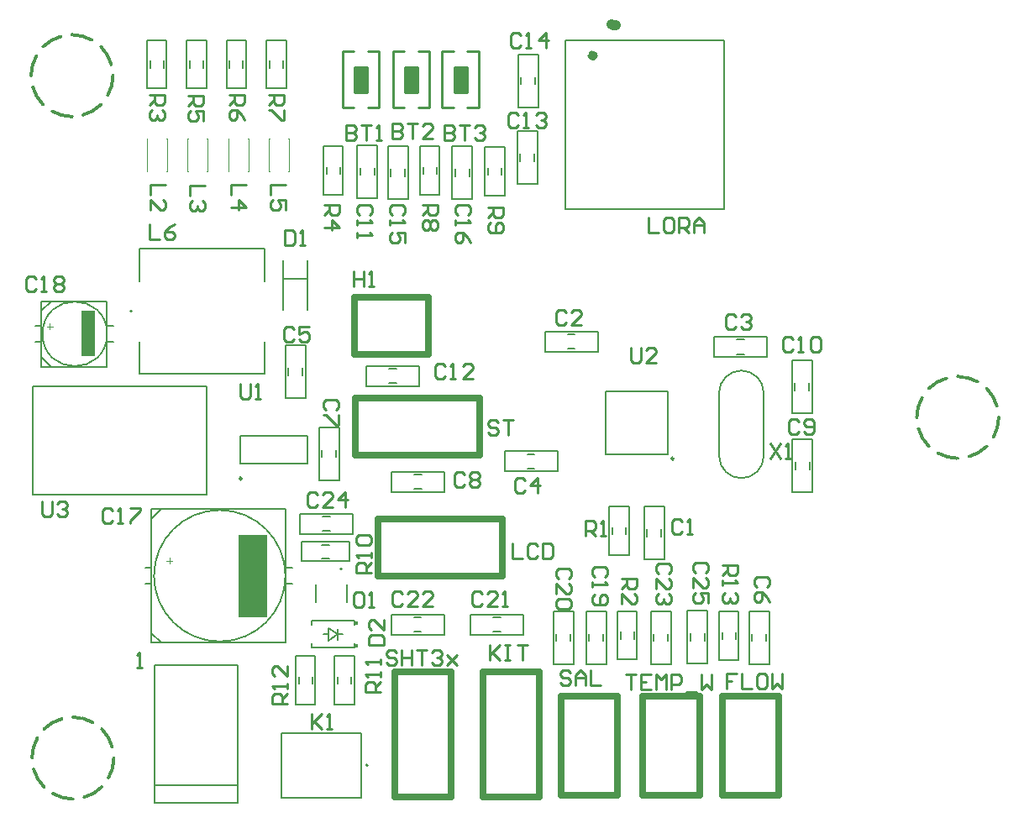
<source format=gto>
G04*
G04 #@! TF.GenerationSoftware,Altium Limited,Altium Designer,21.3.2 (30)*
G04*
G04 Layer_Color=65535*
%FSTAX24Y24*%
%MOIN*%
G70*
G04*
G04 #@! TF.SameCoordinates,09EB0EA2-9561-46F4-B1F3-F0EC52C3B4A3*
G04*
G04*
G04 #@! TF.FilePolarity,Positive*
G04*
G01*
G75*
%ADD10C,0.0118*%
%ADD11C,0.0050*%
%ADD12C,0.0079*%
%ADD13C,0.0098*%
%ADD14C,0.0060*%
%ADD15C,0.0320*%
%ADD16C,0.0250*%
%ADD17C,0.0394*%
%ADD18C,0.0070*%
%ADD19C,0.0040*%
%ADD20C,0.0100*%
%ADD21R,0.1181X0.3307*%
%ADD22R,0.0118X0.0157*%
%ADD23R,0.0522X0.1821*%
%ADD24R,0.0500X0.1000*%
D10*
X020627Y042664D02*
G03*
X01984Y042875I-000787J-001364D01*
G01*
X019397Y042807D02*
G03*
X018691Y042399I000408J-001521D01*
G01*
X018426Y042037D02*
G03*
X018215Y04125I001364J-000787D01*
G01*
X018283Y040807D02*
G03*
X018691Y040101I001521J000408D01*
G01*
X019053Y039836D02*
G03*
X01984Y039625I000787J001364D01*
G01*
X020283Y039694D02*
G03*
X020989Y040101I-000408J001521D01*
G01*
X021254Y040463D02*
G03*
X021465Y04125I-001364J000787D01*
G01*
X021397Y041693D02*
G03*
X020989Y042399I-001521J-000408D01*
G01*
X021432Y014608D02*
G03*
X021024Y015314I-001521J-000408D01*
G01*
X021289Y013378D02*
G03*
X0215Y014165I-001364J000787D01*
G01*
X020318Y012609D02*
G03*
X021024Y013016I-000408J001521D01*
G01*
X019088Y012752D02*
G03*
X019875Y012541I000787J001364D01*
G01*
X018319Y013722D02*
G03*
X018726Y013016I001521J000408D01*
G01*
X018462Y014953D02*
G03*
X018251Y014165I001364J-000787D01*
G01*
X019432Y015722D02*
G03*
X018726Y015314I000408J-001521D01*
G01*
X020663Y015579D02*
G03*
X019875Y01579I-000787J-001364D01*
G01*
X055773Y029099D02*
G03*
X054985Y02931I-000787J-001364D01*
G01*
X054542Y029242D02*
G03*
X053836Y028834I000408J-001521D01*
G01*
X053572Y028473D02*
G03*
X053361Y027685I001364J-000787D01*
G01*
X053429Y027242D02*
G03*
X053836Y026536I001521J000408D01*
G01*
X054198Y026272D02*
G03*
X054985Y026061I000787J001364D01*
G01*
X055428Y026129D02*
G03*
X056134Y026536I-000408J001521D01*
G01*
X056399Y026898D02*
G03*
X05661Y027685I-001364J000787D01*
G01*
X056542Y028128D02*
G03*
X056134Y028834I-001521J-000408D01*
G01*
D11*
X028308Y0214D02*
G03*
X028308Y0214I-002608J0D01*
G01*
X02123Y031D02*
G03*
X02123Y031I-00128J0D01*
G01*
X045514Y026161D02*
G03*
X0464Y025275I000886J0D01*
G01*
D02*
G03*
X047286Y026161I0J000886D01*
G01*
Y028661D02*
G03*
X0464Y029546I-000886J0D01*
G01*
D02*
G03*
X045514Y028661I0J-000886D01*
G01*
X022993Y023428D02*
X022993Y023428D01*
Y023664D02*
X023387Y024057D01*
X022993Y0214D02*
Y024057D01*
X022993Y024057D02*
X022993Y024057D01*
X022993Y024057D02*
X028308D01*
Y0214D02*
Y024057D01*
X022993Y019372D02*
X022993Y019372D01*
Y019136D02*
X023387Y018743D01*
X022737Y021095D02*
X022993D01*
X028308Y021705D02*
X028574D01*
X028308Y021095D02*
X028574D01*
X022737Y021705D02*
X022993D01*
Y018743D02*
Y0214D01*
X022993Y018743D02*
X022993Y018743D01*
X022993Y018743D02*
X028308D01*
Y0214D01*
X030744Y020344D02*
Y021037D01*
X029508Y020344D02*
Y021037D01*
X031331Y0126D02*
Y01516D01*
X028149D02*
X031331D01*
X028149Y0126D02*
Y01516D01*
Y0126D02*
X031331D01*
X02123Y031D02*
Y032299D01*
X018631D02*
X02123D01*
X018631Y031D02*
Y032299D01*
Y031906D02*
X019025Y032299D01*
X02123Y029701D02*
Y031D01*
X018631Y029701D02*
X02123D01*
X018631D02*
X018631Y029701D01*
Y031D01*
X018375Y031305D02*
X018631D01*
Y030094D02*
X019025Y029701D01*
X018631Y029957D02*
Y031D01*
X018375Y030695D02*
X018631D01*
X02123Y031305D02*
X021495D01*
X02123Y030695D02*
X021495D01*
X028228Y033174D02*
X029172D01*
X047286Y026161D02*
Y028661D01*
X045514Y026161D02*
Y028661D01*
D12*
X030559Y021674D02*
G03*
X030559Y021674I-000039J0D01*
G01*
X031579Y01388D02*
G03*
X031579Y01388I-000039J0D01*
G01*
X04691Y0179D02*
X0475D01*
Y02D01*
X0467D02*
X0475D01*
X04682Y01881D02*
Y01909D01*
X04739Y01881D02*
Y01909D01*
X0467Y0179D02*
Y02D01*
Y0179D02*
X04691D01*
X04582Y01805D02*
X04629D01*
Y01997D01*
X04551D02*
X04629D01*
X04564Y01887D02*
Y01915D01*
X04617Y01887D02*
Y01915D01*
X04551Y01805D02*
Y01997D01*
Y01805D02*
X04582D01*
X04485Y02002D02*
X04506D01*
Y01792D02*
Y02002D01*
X04437Y01883D02*
Y01911D01*
X04494Y01883D02*
Y01911D01*
X04426Y01792D02*
X04506D01*
X04426D02*
Y02002D01*
X04485D01*
X02894Y02197D02*
Y02244D01*
Y02197D02*
X03086D01*
Y02275D01*
X02976Y02262D02*
X03004D01*
X02976Y02209D02*
X03004D01*
X02894Y02275D02*
X03086D01*
X02894Y02244D02*
Y02275D01*
X04179Y01807D02*
X04226D01*
Y01999D01*
X04148D02*
X04226D01*
X04161Y01889D02*
Y01917D01*
X04214Y01889D02*
Y01917D01*
X04148Y01807D02*
Y01999D01*
Y01807D02*
X04179D01*
X041011Y026228D02*
X043492D01*
X041011D02*
Y028709D01*
X043492D01*
Y026228D02*
Y028709D01*
X029354Y018547D02*
Y018706D01*
Y019454D02*
Y019613D01*
X031046D01*
Y019454D02*
Y019613D01*
Y018547D02*
Y018706D01*
X029354Y018547D02*
X031046D01*
X030023Y018824D02*
Y019336D01*
X029826Y01908D02*
X030023D01*
X030377Y018863D02*
Y019297D01*
Y01908D02*
X030574D01*
X030023Y018824D02*
X030377Y01908D01*
X030023Y019336D02*
X030377Y01908D01*
X03251Y02532D02*
Y02553D01*
X03461D01*
X03342Y02484D02*
X0337D01*
X03342Y02541D02*
X0337D01*
X03461Y02473D02*
Y02553D01*
X03251Y02473D02*
X03461D01*
X03251D02*
Y02532D01*
X02889Y03055D02*
X0291D01*
Y02845D02*
Y03055D01*
X02841Y02936D02*
Y02964D01*
X02898Y02936D02*
Y02964D01*
X0283Y02845D02*
X0291D01*
X0283D02*
Y03055D01*
X02889D01*
X03024Y0273D02*
X03045D01*
Y0252D02*
Y0273D01*
X02976Y02611D02*
Y02639D01*
X03033Y02611D02*
Y02639D01*
X02965Y0252D02*
X03045D01*
X02965D02*
Y0273D01*
X03024D01*
X018288Y024604D02*
Y028935D01*
X025177D01*
Y024604D02*
Y028935D01*
X018288Y024604D02*
X025177D01*
X029169Y025849D02*
Y026951D01*
X026531Y025849D02*
Y026951D01*
X029169D01*
X026531Y025849D02*
X029169D01*
X028208Y031963D02*
Y033912D01*
X029192Y031963D02*
Y033912D01*
X03895Y02D02*
X03954D01*
X03895Y0179D02*
Y02D01*
Y0179D02*
X03975D01*
X03963Y01881D02*
Y01909D01*
X03906Y01881D02*
Y01909D01*
X03975Y0179D02*
Y02D01*
X03954D02*
X03975D01*
X040832D02*
X041042D01*
Y0179D02*
Y02D01*
X040352Y01881D02*
Y01909D01*
X040922Y01881D02*
Y01909D01*
X040242Y0179D02*
X041042D01*
X040242D02*
Y02D01*
X040832D01*
X02888Y02365D02*
Y02386D01*
X03098D01*
X02979Y02317D02*
X03007D01*
X02979Y02374D02*
X03007D01*
X03098Y02306D02*
Y02386D01*
X02888Y02306D02*
X03098D01*
X02888D02*
Y02365D01*
X0428Y02D02*
X04339D01*
X0428Y0179D02*
Y02D01*
Y0179D02*
X0436D01*
X04348Y01881D02*
Y01909D01*
X04291Y01881D02*
Y01909D01*
X0436Y0179D02*
Y02D01*
X04339D02*
X0436D01*
X03775Y01905D02*
Y01926D01*
X03565Y01905D02*
X03775D01*
X03656Y01974D02*
X03684D01*
X03656Y01917D02*
X03684D01*
X03565Y01905D02*
Y01985D01*
X03775D01*
Y01926D02*
Y01985D01*
X0346Y01905D02*
Y01926D01*
X0325Y01905D02*
X0346D01*
X03341Y01974D02*
X03369D01*
X03341Y01917D02*
X03369D01*
X0325Y01905D02*
Y01985D01*
X0346D01*
Y01926D02*
Y01985D01*
X03237Y03635D02*
X03258D01*
X03237D02*
Y03845D01*
X03306Y03726D02*
Y03754D01*
X03249Y03726D02*
Y03754D01*
X03237Y03845D02*
X03317D01*
Y03635D02*
Y03845D01*
X03258Y03635D02*
X03317D01*
X03115Y0364D02*
X03136D01*
X03115D02*
Y0385D01*
X03184Y03731D02*
Y03759D01*
X03127Y03731D02*
Y03759D01*
X03115Y0385D02*
X03195D01*
Y0364D02*
Y0385D01*
X03136Y0364D02*
X03195D01*
X03057Y016299D02*
X03104D01*
Y018219D01*
X03026D02*
X03104D01*
X03039Y017119D02*
Y017399D01*
X03092Y017119D02*
Y017399D01*
X03026Y016299D02*
Y018219D01*
Y016299D02*
X03057D01*
X04255Y02415D02*
X04314D01*
X04255Y02205D02*
Y02415D01*
Y02205D02*
X04335D01*
X04323Y02296D02*
Y02324D01*
X04266Y02296D02*
Y02324D01*
X04335Y02205D02*
Y02415D01*
X04314D02*
X04335D01*
X03362Y02893D02*
Y02914D01*
X03152Y02893D02*
X03362D01*
X03243Y02962D02*
X03271D01*
X03243Y02905D02*
X03271D01*
X03152Y02893D02*
Y02973D01*
X03362D01*
Y02914D02*
Y02973D01*
X02902Y01629D02*
X02949D01*
Y01821D01*
X02871D02*
X02949D01*
X02884Y01711D02*
Y01739D01*
X02937Y01711D02*
Y01739D01*
X02871Y01629D02*
Y01821D01*
Y01629D02*
X02902D01*
X037Y02614D02*
Y02635D01*
X0391D01*
X03791Y02566D02*
X03819D01*
X03791Y02623D02*
X03819D01*
X0391Y02555D02*
Y02635D01*
X037Y02555D02*
X0391D01*
X037D02*
Y02614D01*
X02312Y04074D02*
X02359D01*
Y04266D01*
X02281D02*
X02359D01*
X02294Y04156D02*
Y04184D01*
X02347Y04156D02*
Y04184D01*
X02281Y04074D02*
Y04266D01*
Y04074D02*
X02312D01*
X03622Y03649D02*
X03653D01*
X03622D02*
Y03841D01*
X03688Y03731D02*
Y03759D01*
X03635Y03731D02*
Y03759D01*
X03622Y03841D02*
X037D01*
Y03649D02*
Y03841D01*
X03653Y03649D02*
X037D01*
X03365Y03653D02*
X03396D01*
X03365D02*
Y03845D01*
X03431Y03735D02*
Y03763D01*
X03378Y03735D02*
Y03763D01*
X03365Y03845D02*
X03443D01*
Y03653D02*
Y03845D01*
X03396Y03653D02*
X03443D01*
X03514Y03635D02*
X03573D01*
Y03845D01*
X03493D02*
X03573D01*
X03505Y03726D02*
Y03754D01*
X03562Y03726D02*
Y03754D01*
X03493Y03635D02*
Y03845D01*
Y03635D02*
X03514D01*
X02756Y04266D02*
X02803D01*
X02756Y04074D02*
Y04266D01*
Y04074D02*
X02834D01*
X02821Y04156D02*
Y04184D01*
X02768Y04156D02*
Y04184D01*
X02834Y04074D02*
Y04266D01*
X02803D02*
X02834D01*
X025977D02*
X026447D01*
X025977Y04074D02*
Y04266D01*
Y04074D02*
X026757D01*
X026627Y04156D02*
Y04184D01*
X026097Y04156D02*
Y04184D01*
X026757Y04074D02*
Y04266D01*
X026447D02*
X026757D01*
X024393D02*
X024863D01*
X024393Y04074D02*
Y04266D01*
Y04074D02*
X025173D01*
X025043Y04156D02*
Y04184D01*
X024513Y04156D02*
Y04184D01*
X025173Y04074D02*
Y04266D01*
X024863D02*
X025173D01*
X02981Y03653D02*
X03012D01*
X02981D02*
Y03845D01*
X03047Y03735D02*
Y03763D01*
X02994Y03735D02*
Y03763D01*
X02981Y03845D02*
X03059D01*
Y03653D02*
Y03845D01*
X03012Y03653D02*
X03059D01*
X04116Y02223D02*
X04147D01*
X04116D02*
Y02415D01*
X04182Y02305D02*
Y02333D01*
X04129Y02305D02*
Y02333D01*
X04116Y02415D02*
X04194D01*
Y02223D02*
Y02415D01*
X04147Y02223D02*
X04194D01*
X045718Y035947D02*
Y04264D01*
X039419Y035947D02*
Y04264D01*
X045718D01*
X039419Y035947D02*
X045718D01*
X03814Y0421D02*
X03835D01*
Y04D02*
Y0421D01*
X03766Y04091D02*
Y04119D01*
X03823Y04091D02*
Y04119D01*
X03755Y04D02*
X03835D01*
X03755D02*
Y0421D01*
X03814D01*
X03771Y03695D02*
X0383D01*
Y03905D01*
X0375D02*
X0383D01*
X03762Y03786D02*
Y03814D01*
X03819Y03786D02*
Y03814D01*
X0375Y03695D02*
Y03905D01*
Y03695D02*
X03771D01*
X0484Y02995D02*
X04899D01*
X0484Y02785D02*
Y02995D01*
Y02785D02*
X0492D01*
X04908Y02876D02*
Y02904D01*
X04851Y02876D02*
Y02904D01*
X0492Y02785D02*
Y02995D01*
X04899D02*
X0492D01*
X04902Y02682D02*
X04923D01*
Y02472D02*
Y02682D01*
X04854Y02563D02*
Y02591D01*
X04911Y02563D02*
Y02591D01*
X04843Y02472D02*
X04923D01*
X04843D02*
Y02682D01*
X04902D01*
X04742Y03029D02*
Y03088D01*
X04532D02*
X04742D01*
X04532Y03008D02*
Y03088D01*
X04623Y0302D02*
X04651D01*
X04623Y03077D02*
X04651D01*
X04532Y03008D02*
X04742D01*
Y03029D01*
X0407Y03051D02*
Y0311D01*
X0386D02*
X0407D01*
X0386Y0303D02*
Y0311D01*
X03951Y03042D02*
X03979D01*
X03951Y03099D02*
X03979D01*
X0386Y0303D02*
X0407D01*
Y03051D01*
D13*
X043718Y026051D02*
G03*
X043718Y026051I-000049J0D01*
G01*
X02658Y025258D02*
G03*
X02658Y025258I-000049J0D01*
G01*
D14*
X02215Y0319D02*
G03*
X02221Y0319I00003J0D01*
G01*
D02*
G03*
X02215Y0319I-00003J0D01*
G01*
X02253Y02943D02*
X02747D01*
Y0307D01*
X02253Y03437D02*
X02747D01*
X02253Y0331D02*
Y03437D01*
Y02943D02*
Y0307D01*
X02747Y0331D02*
Y03437D01*
D15*
X040538Y04205D02*
G03*
X040538Y04205I-000039J0D01*
G01*
D16*
X036926Y021388D02*
Y02364D01*
X031974Y021388D02*
X036926D01*
X031974D02*
Y02364D01*
X036926D01*
X031034Y03019D02*
X033986D01*
Y032442D01*
X031034D02*
X033986D01*
X031034Y03019D02*
Y032442D01*
X03489Y012624D02*
Y017576D01*
X032638D02*
X03489D01*
X032638Y012624D02*
Y017576D01*
Y012624D02*
X03489D01*
X036026Y026188D02*
Y02844D01*
X031074Y026188D02*
X036026D01*
X031074D02*
Y02844D01*
X036026D01*
X042488Y012674D02*
X04474D01*
X042488D02*
Y016626D01*
X04474D01*
Y012674D02*
Y016626D01*
X03839Y012624D02*
Y017576D01*
X036138D02*
X03839D01*
X036138Y012624D02*
Y017576D01*
Y012624D02*
X03839D01*
X04789Y012674D02*
Y016626D01*
X045638D02*
X04789D01*
X045638Y012674D02*
Y016626D01*
Y012674D02*
X04789D01*
X04149D02*
Y016626D01*
X039238D02*
X04149D01*
X039238Y012674D02*
Y016626D01*
Y012674D02*
X04149D01*
D17*
X04125Y0433D02*
X0413Y04325D01*
X0414D01*
D18*
X0231Y0131D02*
X0264D01*
Y0124D02*
Y01785D01*
X0231Y0124D02*
Y01785D01*
X0264D01*
X0231Y0124D02*
X0264D01*
D19*
X025197Y03876D02*
X025217D01*
X025187Y03746D02*
X025217D01*
X024417D02*
X024437D01*
X024417Y03876D02*
X024437D01*
X025217Y03746D02*
Y03876D01*
X024417Y03746D02*
Y03876D01*
X02765Y03746D02*
Y03876D01*
X02845Y03746D02*
Y03876D01*
X02765D02*
X02767D01*
X02765Y03746D02*
X02767D01*
X02842D02*
X02845D01*
X02843Y03876D02*
X02845D01*
X026033Y03746D02*
Y03876D01*
X026833Y03746D02*
Y03876D01*
X026033D02*
X026053D01*
X026033Y03746D02*
X026053D01*
X026803D02*
X026833D01*
X026813Y03876D02*
X026833D01*
X02358D02*
X0236D01*
X02357Y03746D02*
X0236D01*
X0228D02*
X02282D01*
X0228Y03876D02*
X02282D01*
X0236Y03746D02*
Y03876D01*
X0228Y03746D02*
Y03876D01*
X023584Y021988D02*
X023817D01*
X0237Y022105D02*
Y021872D01*
X018848Y031303D02*
X019081D01*
X018964Y03142D02*
Y031186D01*
D20*
X03553Y04221D02*
X03598D01*
X03452D02*
X03497D01*
X03452Y03999D02*
Y04221D01*
X03598Y03999D02*
Y04221D01*
X0355Y0406D02*
Y0416D01*
X035Y0406D02*
X0355D01*
X035D02*
Y0416D01*
X0355D01*
X03553Y03999D02*
X03598D01*
X03452D02*
X03497D01*
X03358Y04221D02*
X03403D01*
X03257D02*
X03302D01*
X03257Y03999D02*
Y04221D01*
X03403Y03999D02*
Y04221D01*
X03355Y0406D02*
Y0416D01*
X03305Y0406D02*
X03355D01*
X03305D02*
Y0416D01*
X03355D01*
X03358Y03999D02*
X03403D01*
X03257D02*
X03302D01*
X03158Y04221D02*
X03203D01*
X03057D02*
X03102D01*
X03057Y03999D02*
Y04221D01*
X03203Y03999D02*
Y04221D01*
X03155Y0406D02*
Y0416D01*
X03105Y0406D02*
X03155D01*
X03105D02*
Y0416D01*
X03155D01*
X03158Y03999D02*
X03203D01*
X03057D02*
X03102D01*
X04564Y02182D02*
X04624D01*
Y02152D01*
X04614Y02142D01*
X04594D01*
X04584Y02152D01*
Y02182D01*
Y02162D02*
X04564Y02142D01*
Y02122D02*
Y02102D01*
Y02112D01*
X04624D01*
X04614Y02122D01*
Y02072D02*
X04624Y02062D01*
Y02042D01*
X04614Y02032D01*
X04604D01*
X04594Y02042D01*
Y02052D01*
Y02042D01*
X04584Y02032D01*
X04574D01*
X04564Y02042D01*
Y02062D01*
X04574Y02072D01*
X04499Y02153D02*
X04509Y02163D01*
Y02183D01*
X04499Y02193D01*
X04459D01*
X04449Y02183D01*
Y02163D01*
X04459Y02153D01*
X04449Y02093D02*
Y02133D01*
X04489Y02093D01*
X04499D01*
X04509Y02103D01*
Y02123D01*
X04499Y02133D01*
X04509Y02033D02*
Y02073D01*
X04479D01*
X04489Y02053D01*
Y02043D01*
X04479Y02033D01*
X04459D01*
X04449Y02043D01*
Y02063D01*
X04459Y02073D01*
X02935Y01592D02*
Y01532D01*
Y01552D01*
X02975Y01592D01*
X02945Y01562D01*
X02975Y01532D01*
X02995D02*
X03015D01*
X03005D01*
Y01592D01*
X02995Y01582D01*
X04202Y03045D02*
Y02995D01*
X04212Y02985D01*
X04232D01*
X04242Y02995D01*
Y03045D01*
X04302Y02985D02*
X04262D01*
X04302Y03025D01*
Y03035D01*
X04292Y03045D01*
X04272D01*
X04262Y03035D01*
X01865Y024369D02*
Y023869D01*
X01875Y023769D01*
X01895D01*
X01905Y023869D01*
Y024369D01*
X01925Y024269D02*
X01935Y024369D01*
X01955D01*
X01965Y024269D01*
Y024169D01*
X01955Y024069D01*
X01945D01*
X01955D01*
X01965Y023969D01*
Y023869D01*
X01955Y023769D01*
X01935D01*
X01925Y023869D01*
X02651Y02903D02*
Y02853D01*
X02661Y02843D01*
X02681D01*
X02691Y02853D01*
Y02903D01*
X02711Y02843D02*
X02731D01*
X02721D01*
Y02903D01*
X02711Y02893D01*
X0229Y03535D02*
Y03475D01*
X0233D01*
X0239Y03535D02*
X0237Y03525D01*
X0235Y03505D01*
Y03485D01*
X0236Y03475D01*
X0238D01*
X0239Y03485D01*
Y03495D01*
X0238Y03505D01*
X0235D01*
X02827Y03511D02*
Y03451D01*
X02857D01*
X02867Y03461D01*
Y03501D01*
X02857Y03511D01*
X02827D01*
X02887Y03451D02*
X02907D01*
X02897D01*
Y03511D01*
X02887Y03501D01*
X0184Y0332D02*
X0183Y0333D01*
X0181D01*
X018Y0332D01*
Y0328D01*
X0181Y0327D01*
X0183D01*
X0184Y0328D01*
X0186Y0327D02*
X0188D01*
X0187D01*
Y0333D01*
X0186Y0332D01*
X0191D02*
X0192Y0333D01*
X0194D01*
X0195Y0332D01*
Y0331D01*
X0194Y033D01*
X0195Y0329D01*
Y0328D01*
X0194Y0327D01*
X0192D01*
X0191Y0328D01*
Y0329D01*
X0192Y033D01*
X0191Y0331D01*
Y0332D01*
X0192Y033D02*
X0194D01*
X02145Y024D02*
X02135Y0241D01*
X02115D01*
X02105Y024D01*
Y0236D01*
X02115Y0235D01*
X02135D01*
X02145Y0236D01*
X02165Y0235D02*
X02185D01*
X02175D01*
Y0241D01*
X02165Y024D01*
X02215Y0241D02*
X02255D01*
Y024D01*
X02215Y0236D01*
Y0235D01*
X03541Y02543D02*
X03531Y02553D01*
X03511D01*
X03501Y02543D01*
Y02503D01*
X03511Y02493D01*
X03531D01*
X03541Y02503D01*
X03561Y02543D02*
X03571Y02553D01*
X03591D01*
X03601Y02543D01*
Y02533D01*
X03591Y02523D01*
X03601Y02513D01*
Y02503D01*
X03591Y02493D01*
X03571D01*
X03561Y02503D01*
Y02513D01*
X03571Y02523D01*
X03561Y02533D01*
Y02543D01*
X03571Y02523D02*
X03591D01*
X0303Y028D02*
X0304Y0281D01*
Y0283D01*
X0303Y0284D01*
X0299D01*
X0298Y0283D01*
Y0281D01*
X0299Y028D01*
X0304Y0278D02*
Y0274D01*
X0303D01*
X0299Y0278D01*
X0298D01*
X04742Y02095D02*
X04752Y02105D01*
Y02125D01*
X04742Y02135D01*
X04702D01*
X04692Y02125D01*
Y02105D01*
X04702Y02095D01*
X04752Y02035D02*
X04742Y02055D01*
X04722Y02075D01*
X04702D01*
X04692Y02065D01*
Y02045D01*
X04702Y02035D01*
X04712D01*
X04722Y02045D01*
Y02075D01*
X02865Y0312D02*
X02855Y0313D01*
X02835D01*
X02825Y0312D01*
Y0308D01*
X02835Y0307D01*
X02855D01*
X02865Y0308D01*
X02925Y0313D02*
X02885D01*
Y031D01*
X02905Y0311D01*
X02915D01*
X02925Y031D01*
Y0308D01*
X02915Y0307D01*
X02895D01*
X02885Y0308D01*
X02241Y01774D02*
X02261D01*
X02251D01*
Y01834D01*
X02241Y01824D01*
X041801Y0175D02*
X0422D01*
X042D01*
Y0169D01*
X0428Y0175D02*
X0424D01*
Y0169D01*
X0428D01*
X0424Y0172D02*
X0426D01*
X043Y0169D02*
Y0175D01*
X0432Y0173D01*
X0434Y0175D01*
Y0169D01*
X0436D02*
Y0175D01*
X0439D01*
X044Y0174D01*
Y0172D01*
X0439Y0171D01*
X0436D01*
X0442Y0168D02*
X0446D01*
X0448Y0175D02*
Y0169D01*
X045Y0171D01*
X045199Y0169D01*
Y0175D01*
X03171Y02151D02*
X03111D01*
Y02181D01*
X03121Y02191D01*
X03141D01*
X03151Y02181D01*
Y02151D01*
Y02171D02*
X03171Y02191D01*
Y02211D02*
Y02231D01*
Y02221D01*
X03111D01*
X03121Y02211D01*
Y02261D02*
X03111Y02271D01*
Y02291D01*
X03121Y02301D01*
X03161D01*
X03171Y02291D01*
Y02271D01*
X03161Y02261D01*
X03121D01*
X031302Y02075D02*
X031102D01*
X031002Y02065D01*
Y02025D01*
X031102Y02015D01*
X031302D01*
X031402Y02025D01*
Y02065D01*
X031302Y02075D01*
X031602Y02015D02*
X031802D01*
X031702D01*
Y02075D01*
X031602Y02065D01*
X0316Y01865D02*
X0322D01*
Y01895D01*
X0321Y01905D01*
X0317D01*
X0316Y01895D01*
Y01865D01*
X0322Y01965D02*
Y01925D01*
X0318Y01965D01*
X0317D01*
X0316Y01955D01*
Y01935D01*
X0317Y01925D01*
X02957Y02462D02*
X02947Y02472D01*
X02927D01*
X02917Y02462D01*
Y02422D01*
X02927Y02412D01*
X02947D01*
X02957Y02422D01*
X03017Y02412D02*
X02977D01*
X03017Y02452D01*
Y02462D01*
X03007Y02472D01*
X02987D01*
X02977Y02462D01*
X03067Y02412D02*
Y02472D01*
X03037Y02442D01*
X03077D01*
X040992Y02135D02*
X041092Y02145D01*
Y02165D01*
X040992Y02175D01*
X040592D01*
X040492Y02165D01*
Y02145D01*
X040592Y02135D01*
X040492Y02115D02*
Y02095D01*
Y02105D01*
X041092D01*
X040992Y02115D01*
X040592Y02065D02*
X040492Y02055D01*
Y02035D01*
X040592Y02025D01*
X040992D01*
X041092Y02035D01*
Y02055D01*
X040992Y02065D01*
X040892D01*
X040792Y02055D01*
Y02025D01*
X0435Y021499D02*
X0436Y021599D01*
Y021799D01*
X0435Y021899D01*
X0431D01*
X043Y021799D01*
Y021599D01*
X0431Y021499D01*
X043Y0209D02*
Y0213D01*
X0434Y0209D01*
X0435D01*
X0436Y021D01*
Y0212D01*
X0435Y0213D01*
Y0207D02*
X0436Y0206D01*
Y0204D01*
X0435Y0203D01*
X0434D01*
X0433Y0204D01*
Y0205D01*
Y0204D01*
X0432Y0203D01*
X0431D01*
X043Y0204D01*
Y0206D01*
X0431Y0207D01*
X03296Y02069D02*
X03286Y02079D01*
X03266D01*
X03256Y02069D01*
Y02029D01*
X03266Y02019D01*
X03286D01*
X03296Y02029D01*
X03356Y02019D02*
X03316D01*
X03356Y02059D01*
Y02069D01*
X03346Y02079D01*
X03326D01*
X03316Y02069D01*
X034159Y02019D02*
X03376D01*
X034159Y02059D01*
Y02069D01*
X03406Y02079D01*
X03386D01*
X03376Y02069D01*
X03611D02*
X03601Y02079D01*
X03581D01*
X03571Y02069D01*
Y02029D01*
X03581Y02019D01*
X03601D01*
X03611Y02029D01*
X03671Y02019D02*
X03631D01*
X03671Y02059D01*
Y02069D01*
X03661Y02079D01*
X03641D01*
X03631Y02069D01*
X03691Y02019D02*
X03711D01*
X03701D01*
Y02079D01*
X03691Y02069D01*
X03955Y0213D02*
X03965Y0214D01*
Y0216D01*
X03955Y0217D01*
X03915D01*
X03905Y0216D01*
Y0214D01*
X03915Y0213D01*
X03905Y0207D02*
Y0211D01*
X03945Y0207D01*
X03955D01*
X03965Y0208D01*
Y021D01*
X03955Y0211D01*
Y0205D02*
X03965Y0204D01*
Y0202D01*
X03955Y0201D01*
X03915D01*
X03905Y0202D01*
Y0204D01*
X03915Y0205D01*
X03955D01*
X025123Y03687D02*
X024523D01*
Y03647D01*
X025023Y03627D02*
X025123Y03617D01*
Y03597D01*
X025023Y03587D01*
X024923D01*
X024823Y03597D01*
Y03607D01*
Y03597D01*
X024723Y03587D01*
X024623D01*
X024523Y03597D01*
Y03617D01*
X024623Y03627D01*
X03101Y03347D02*
Y03287D01*
Y03317D01*
X03141D01*
Y03347D01*
Y03287D01*
X03161D02*
X03181D01*
X03171D01*
Y03347D01*
X03161Y03337D01*
X03781Y0252D02*
X03771Y0253D01*
X03751D01*
X03741Y0252D01*
Y0248D01*
X03751Y0247D01*
X03771D01*
X03781Y0248D01*
X03831Y0247D02*
Y0253D01*
X03801Y025D01*
X03841D01*
X0229Y0405D02*
X0235D01*
Y0402D01*
X0234Y0401D01*
X0232D01*
X0231Y0402D01*
Y0405D01*
Y0403D02*
X0229Y0401D01*
X0234Y0399D02*
X0235Y0398D01*
Y0396D01*
X0234Y0395D01*
X0233D01*
X0232Y0396D01*
Y0397D01*
Y0396D01*
X0231Y0395D01*
X023D01*
X0229Y0396D01*
Y0398D01*
X023Y0399D01*
X02839Y01631D02*
X02779D01*
Y01661D01*
X02789Y01671D01*
X02809D01*
X02819Y01661D01*
Y01631D01*
Y01651D02*
X02839Y01671D01*
Y01691D02*
Y01711D01*
Y01701D01*
X02779D01*
X02789Y01691D01*
X02839Y01781D02*
Y01741D01*
X02799Y01781D01*
X02789D01*
X02779Y01771D01*
Y01751D01*
X02789Y01741D01*
X03207Y01678D02*
X03147D01*
Y01708D01*
X03157Y01718D01*
X03177D01*
X03187Y01708D01*
Y01678D01*
Y01698D02*
X03207Y01718D01*
Y01738D02*
Y01758D01*
Y01748D01*
X03147D01*
X03157Y01738D01*
X03207Y01788D02*
Y01808D01*
Y01798D01*
X03147D01*
X03157Y01788D01*
X0364Y01865D02*
Y01805D01*
Y01825D01*
X0368Y01865D01*
X0365Y01835D01*
X0368Y01805D01*
X037Y01865D02*
X0372D01*
X0371D01*
Y01805D01*
X037D01*
X0372D01*
X0375Y01865D02*
X0379D01*
X0377D01*
Y01805D01*
X0346Y0393D02*
Y0387D01*
X0349D01*
X035Y0388D01*
Y0389D01*
X0349Y039D01*
X0346D01*
X0349D01*
X035Y0391D01*
Y0392D01*
X0349Y0393D01*
X0346D01*
X0352D02*
X0356D01*
X0354D01*
Y0387D01*
X0358Y0392D02*
X0359Y0393D01*
X0361D01*
X0362Y0392D01*
Y0391D01*
X0361Y039D01*
X036D01*
X0361D01*
X0362Y0389D01*
Y0388D01*
X0361Y0387D01*
X0359D01*
X0358Y0388D01*
X03634Y03603D02*
X03694D01*
Y03573D01*
X03684Y03563D01*
X03664D01*
X03654Y03573D01*
Y03603D01*
Y03583D02*
X03634Y03563D01*
X03644Y03543D02*
X03634Y03533D01*
Y03513D01*
X03644Y03503D01*
X03684D01*
X03694Y03513D01*
Y03533D01*
X03684Y03543D01*
X03674D01*
X03664Y03533D01*
Y03503D01*
X033742Y03613D02*
X034342D01*
Y03583D01*
X034242Y03573D01*
X034042D01*
X033942Y03583D01*
Y03613D01*
Y03593D02*
X033742Y03573D01*
X034242Y03553D02*
X034342Y03543D01*
Y03523D01*
X034242Y03513D01*
X034142D01*
X034042Y03523D01*
X033942Y03513D01*
X033842D01*
X033742Y03523D01*
Y03543D01*
X033842Y03553D01*
X033942D01*
X034042Y03543D01*
X034142Y03553D01*
X034242D01*
X034042Y03543D02*
Y03523D01*
X035536Y03573D02*
X035636Y03583D01*
Y03603D01*
X035536Y03613D01*
X035136D01*
X035036Y03603D01*
Y03583D01*
X035136Y03573D01*
X035036Y03553D02*
Y03533D01*
Y03543D01*
X035636D01*
X035536Y03553D01*
X035636Y03463D02*
X035536Y03483D01*
X035336Y03503D01*
X035136D01*
X035036Y03493D01*
Y03473D01*
X035136Y03463D01*
X035236D01*
X035336Y03473D01*
Y03503D01*
X032948Y03573D02*
X033048Y03583D01*
Y03603D01*
X032948Y03613D01*
X032548D01*
X032448Y03603D01*
Y03583D01*
X032548Y03573D01*
X032448Y03553D02*
Y03533D01*
Y03543D01*
X033048D01*
X032948Y03553D01*
X033048Y03463D02*
Y03503D01*
X032748D01*
X032848Y03483D01*
Y03473D01*
X032748Y03463D01*
X032548D01*
X032448Y03473D01*
Y03493D01*
X032548Y03503D01*
X03255Y03935D02*
Y03875D01*
X03285D01*
X03295Y03885D01*
Y03895D01*
X03285Y03905D01*
X03255D01*
X03285D01*
X03295Y03915D01*
Y03925D01*
X03285Y03935D01*
X03255D01*
X03315D02*
X03355D01*
X03335D01*
Y03875D01*
X03415D02*
X03375D01*
X03415Y03915D01*
Y03925D01*
X03405Y03935D01*
X03385D01*
X03375Y03925D01*
X04755Y02665D02*
X04795Y02605D01*
Y02665D02*
X04755Y02605D01*
X04815D02*
X04835D01*
X04825D01*
Y02665D01*
X04815Y02655D01*
X02765Y0405D02*
X02825D01*
Y0402D01*
X02815Y0401D01*
X02795D01*
X02785Y0402D01*
Y0405D01*
Y0403D02*
X02765Y0401D01*
X02825Y0399D02*
Y0395D01*
X02815D01*
X02775Y0399D01*
X02765D01*
X026067Y0405D02*
X026667D01*
Y0402D01*
X026567Y0401D01*
X026367D01*
X026267Y0402D01*
Y0405D01*
Y0403D02*
X026067Y0401D01*
X026667Y0395D02*
X026567Y0397D01*
X026367Y0399D01*
X026167D01*
X026067Y0398D01*
Y0396D01*
X026167Y0395D01*
X026267D01*
X026367Y0396D01*
Y0399D01*
X024433Y04045D02*
X025033D01*
Y04015D01*
X024933Y04005D01*
X024733D01*
X024633Y04015D01*
Y04045D01*
Y04025D02*
X024433Y04005D01*
X025033Y03945D02*
Y03985D01*
X024733D01*
X024833Y03965D01*
Y03955D01*
X024733Y03945D01*
X024533D01*
X024433Y03955D01*
Y03975D01*
X024533Y03985D01*
X02986Y03613D02*
X03046D01*
Y03583D01*
X03036Y03573D01*
X03016D01*
X03006Y03583D01*
Y03613D01*
Y03593D02*
X02986Y03573D01*
Y03523D02*
X03046D01*
X03016Y03553D01*
Y03513D01*
X04165Y0213D02*
X04225D01*
Y021D01*
X04215Y0209D01*
X04195D01*
X04185Y021D01*
Y0213D01*
Y0211D02*
X04165Y0209D01*
Y0203D02*
Y0207D01*
X04205Y0203D01*
X04215D01*
X04225Y0204D01*
Y0206D01*
X04215Y0207D01*
X0402Y02299D02*
Y02359D01*
X0405D01*
X0406Y02349D01*
Y02329D01*
X0405Y02319D01*
X0402D01*
X0404D02*
X0406Y02299D01*
X0408D02*
X041D01*
X0409D01*
Y02359D01*
X0408Y02349D01*
X0427Y035625D02*
Y035025D01*
X0431D01*
X0436Y035625D02*
X0434D01*
X0433Y035525D01*
Y035125D01*
X0434Y035025D01*
X0436D01*
X0437Y035125D01*
Y035525D01*
X0436Y035625D01*
X0439Y035025D02*
Y035625D01*
X0442D01*
X0443Y035525D01*
Y035325D01*
X0442Y035225D01*
X0439D01*
X0441D02*
X0443Y035025D01*
X0445D02*
Y035425D01*
X0447Y035625D01*
X0449Y035425D01*
Y035025D01*
Y035325D01*
X0445D01*
X028316Y03692D02*
X027716D01*
Y03652D01*
X028316Y03592D02*
Y03632D01*
X028016D01*
X028116Y03612D01*
Y03602D01*
X028016Y03592D01*
X027816D01*
X027716Y03602D01*
Y03622D01*
X027816Y03632D01*
X026746Y03692D02*
X026146D01*
Y03652D01*
Y03602D02*
X026746D01*
X026446Y03632D01*
Y03592D01*
X02355Y03692D02*
X02295D01*
Y03652D01*
Y03592D02*
Y03632D01*
X02335Y03592D01*
X02345D01*
X02355Y03602D01*
Y03622D01*
X02345Y03632D01*
X03733Y02269D02*
Y02209D01*
X03773D01*
X03833Y02259D02*
X03823Y02269D01*
X03803D01*
X03793Y02259D01*
Y02219D01*
X03803Y02209D01*
X03823D01*
X03833Y02219D01*
X03853Y02269D02*
Y02209D01*
X03883D01*
X03893Y02219D01*
Y02259D01*
X03883Y02269D01*
X03853D01*
X04623Y01753D02*
X04583D01*
Y01723D01*
X04603D01*
X04583D01*
Y01693D01*
X04643Y01753D02*
Y01693D01*
X04683D01*
X04733Y01753D02*
X04713D01*
X04703Y01743D01*
Y01703D01*
X04713Y01693D01*
X04733D01*
X04743Y01703D01*
Y01743D01*
X04733Y01753D01*
X04763D02*
Y01693D01*
X04783Y01713D01*
X04803Y01693D01*
Y01753D01*
X0327Y01835D02*
X0326Y01845D01*
X0324D01*
X0323Y01835D01*
Y01825D01*
X0324Y01815D01*
X0326D01*
X0327Y01805D01*
Y01795D01*
X0326Y01785D01*
X0324D01*
X0323Y01795D01*
X0329Y01845D02*
Y01785D01*
Y01815D01*
X0333D01*
Y01845D01*
Y01785D01*
X0335Y01845D02*
X0339D01*
X0337D01*
Y01785D01*
X0341Y01835D02*
X0342Y01845D01*
X0344D01*
X0345Y01835D01*
Y01825D01*
X0344Y01815D01*
X0343D01*
X0344D01*
X0345Y01805D01*
Y01795D01*
X0344Y01785D01*
X0342D01*
X0341Y01795D01*
X0347Y01825D02*
X0351Y01785D01*
X0349Y01805D01*
X0351Y01825D01*
X0347Y01785D01*
X03961Y01755D02*
X03951Y01765D01*
X03931D01*
X03921Y01755D01*
Y01745D01*
X03931Y01735D01*
X03951D01*
X03961Y01725D01*
Y01715D01*
X03951Y01705D01*
X03931D01*
X03921Y01715D01*
X03981Y01705D02*
Y01745D01*
X04001Y01765D01*
X04021Y01745D01*
Y01705D01*
Y01735D01*
X03981D01*
X04041Y01765D02*
Y01705D01*
X040809D01*
X03675Y0275D02*
X03665Y0276D01*
X03645D01*
X03635Y0275D01*
Y0274D01*
X03645Y0273D01*
X03665D01*
X03675Y0272D01*
Y0271D01*
X03665Y027D01*
X03645D01*
X03635Y0271D01*
X03695Y0276D02*
X03735D01*
X03715D01*
Y027D01*
X03765Y04285D02*
X03755Y04295D01*
X03735D01*
X03725Y04285D01*
Y04245D01*
X03735Y04235D01*
X03755D01*
X03765Y04245D01*
X03785Y04235D02*
X03805D01*
X03795D01*
Y04295D01*
X03785Y04285D01*
X03865Y04235D02*
Y04295D01*
X03835Y04265D01*
X03875D01*
X03755Y0397D02*
X03745Y0398D01*
X03725D01*
X03715Y0397D01*
Y0393D01*
X03725Y0392D01*
X03745D01*
X03755Y0393D01*
X03775Y0392D02*
X03795D01*
X03785D01*
Y0398D01*
X03775Y0397D01*
X03825D02*
X03835Y0398D01*
X03855D01*
X03865Y0397D01*
Y0396D01*
X03855Y0395D01*
X03845D01*
X03855D01*
X03865Y0394D01*
Y0393D01*
X03855Y0392D01*
X03835D01*
X03825Y0393D01*
X034641Y02971D02*
X034541Y02981D01*
X034341D01*
X034241Y02971D01*
Y02931D01*
X034341Y02921D01*
X034541D01*
X034641Y02931D01*
X034841Y02921D02*
X035041D01*
X034941D01*
Y02981D01*
X034841Y02971D01*
X035741Y02921D02*
X035341D01*
X035741Y02961D01*
Y02971D01*
X035641Y02981D01*
X035441D01*
X035341Y02971D01*
X031654Y03573D02*
X031754Y03583D01*
Y03603D01*
X031654Y03613D01*
X031254D01*
X031154Y03603D01*
Y03583D01*
X031254Y03573D01*
X031154Y03553D02*
Y03533D01*
Y03543D01*
X031754D01*
X031654Y03553D01*
X031154Y03503D02*
Y03483D01*
Y03493D01*
X031754D01*
X031654Y03503D01*
X04845Y0308D02*
X04835Y0309D01*
X04815D01*
X04805Y0308D01*
Y0304D01*
X04815Y0303D01*
X04835D01*
X04845Y0304D01*
X04865Y0303D02*
X04885D01*
X04875D01*
Y0309D01*
X04865Y0308D01*
X04915D02*
X04925Y0309D01*
X04945D01*
X04955Y0308D01*
Y0304D01*
X04945Y0303D01*
X04925D01*
X04915Y0304D01*
Y0308D01*
X04868Y02752D02*
X04858Y02762D01*
X04838D01*
X04828Y02752D01*
Y02712D01*
X04838Y02702D01*
X04858D01*
X04868Y02712D01*
X04888D02*
X04898Y02702D01*
X04918D01*
X04928Y02712D01*
Y02752D01*
X04918Y02762D01*
X04898D01*
X04888Y02752D01*
Y02742D01*
X04898Y02732D01*
X04928D01*
X04618Y03169D02*
X04608Y03179D01*
X04588D01*
X04578Y03169D01*
Y03129D01*
X04588Y03119D01*
X04608D01*
X04618Y03129D01*
X04638Y03169D02*
X04648Y03179D01*
X046679D01*
X046779Y03169D01*
Y03159D01*
X046679Y03149D01*
X04658D01*
X046679D01*
X046779Y03139D01*
Y03129D01*
X046679Y03119D01*
X04648D01*
X04638Y03129D01*
X039451Y03185D02*
X039351Y03195D01*
X039151D01*
X039051Y03185D01*
Y03145D01*
X039151Y03135D01*
X039351D01*
X039451Y03145D01*
X040051Y03135D02*
X039651D01*
X040051Y03175D01*
Y03185D01*
X039951Y03195D01*
X039751D01*
X039651Y03185D01*
X04405Y02355D02*
X04395Y02365D01*
X04375D01*
X04365Y02355D01*
Y02315D01*
X04375Y02305D01*
X04395D01*
X04405Y02315D01*
X04425Y02305D02*
X04445D01*
X04435D01*
Y02365D01*
X04425Y02355D01*
X0307Y0393D02*
Y0387D01*
X031D01*
X0311Y0388D01*
Y0389D01*
X031Y039D01*
X0307D01*
X031D01*
X0311Y0391D01*
Y0392D01*
X031Y0393D01*
X0307D01*
X0313D02*
X0317D01*
X0315D01*
Y0387D01*
X0319D02*
X0321D01*
X032D01*
Y0393D01*
X0319Y0392D01*
D21*
X027019Y0214D02*
D03*
D22*
X031106Y019533D02*
D03*
Y018627D02*
D03*
D23*
X020467Y031005D02*
D03*
D24*
X03525Y0411D02*
D03*
X0333D02*
D03*
X0313Y0411D02*
D03*
M02*

</source>
